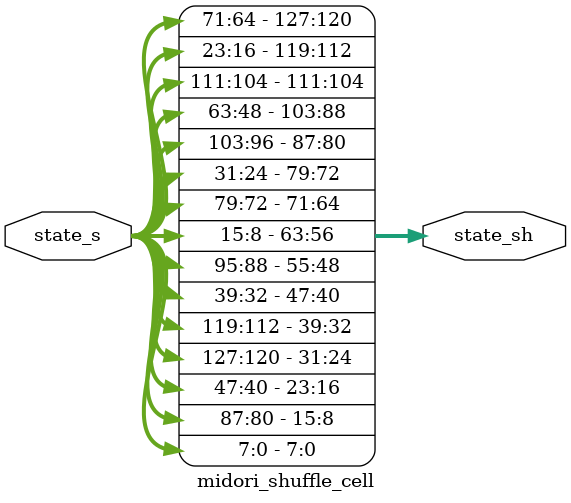
<source format=v>
module midori_shuffle_cell (input [127:0] state_s,
                            output [127:0] state_sh);
// (0,1,2,...,15) <- (0,10,5,15,14,4,11,1,9,3,12,6,7,13,2,8)
assign state_sh[0*8+7:0*8] = state_s[0*8+7:0*8];
assign state_sh[1*8+7:1*8] = state_s[10*8+7:10*8];
assign state_sh[2*8+7:2*8] = state_s[5*8+7:5*8];
assign state_sh[3*8+7:3*8] = state_s[15*8+7:15*8];
assign state_sh[4*8+7:4*8] = state_s[14*8+7:14*8];
assign state_sh[5*8+7:5*8] = state_s[4*8+7:4*8];
assign state_sh[6*8+7:6*8] = state_s[11*8+7:11*8];
assign state_sh[7*8+7:7*8] = state_s[1*8+7:1*8];
assign state_sh[8*8+7:8*8] = state_s[9*8+7:9*8];
assign state_sh[9*8+7:9*8] = state_s[3*8+7:3*8];
assign state_sh[10*8+7:10*8] = state_s[12*8+7:12*8];
assign state_sh[11*8+7:11*8] = state_s[6*8+7:6*8];
assign state_sh[12*8+7:12*8] = state_s[7*8+7:7*8];
assign state_sh[13*8+7:13*8] = state_s[13*8+7:13*8];
assign state_sh[14*8+7:14*8] = state_s[2*8+7:2*8];
assign state_sh[15*8+7:15*8] = state_s[8*8+7:8*8];
endmodule //midori_shuffle_cell

</source>
